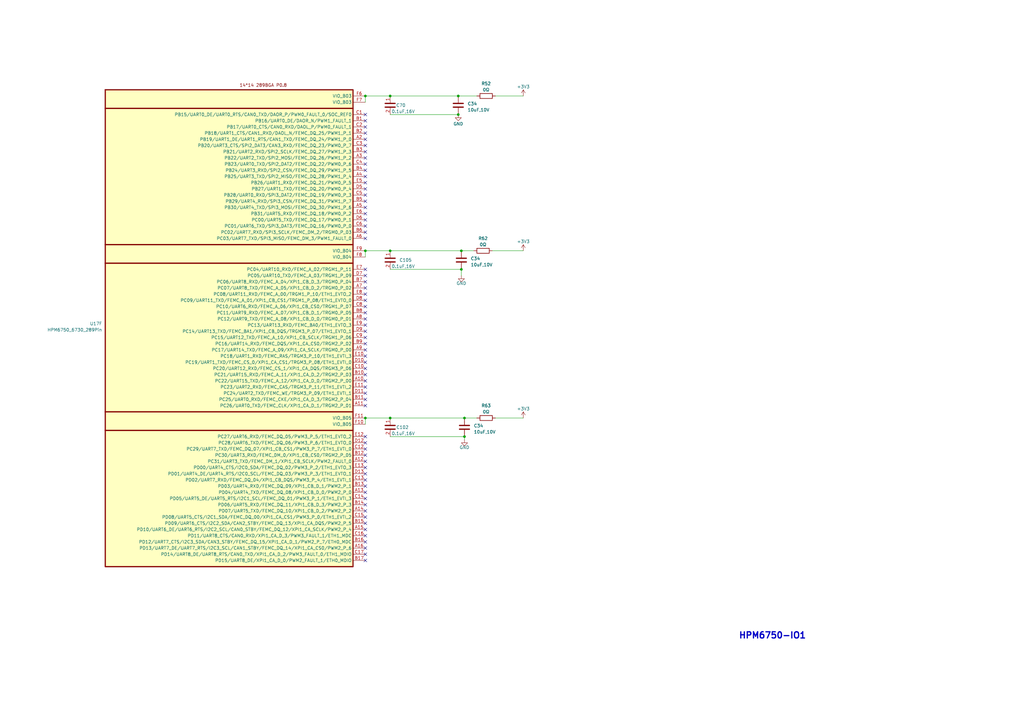
<source format=kicad_sch>
(kicad_sch (version 20230121) (generator eeschema)
  (paper "A3")
  (title_block (title "HPM6750 ADC EVK") (date "2023-5-25") (rev "A"))
  (junction (at 160.02 171.45))
  (junction (at 149.86 171.45))
  (junction (at 190.5 171.45))
  (junction (at 149.86 39.37))
  (junction (at 187.96 39.37))
  (junction (at 160.02 39.37))
  (junction (at 190.5 179.07))
  (junction (at 189.23 110.49))
  (junction (at 149.86 102.87))
  (junction (at 189.23 102.87))
  (junction (at 187.96 46.99))
  (junction (at 160.02 102.87))
  (no_connect (at 149.86 62.23))
  (no_connect (at 149.86 186.69))
  (no_connect (at 149.86 191.77))
  (no_connect (at 149.86 57.15))
  (no_connect (at 149.86 77.47))
  (no_connect (at 149.86 217.17))
  (no_connect (at 149.86 189.23))
  (no_connect (at 149.86 204.47))
  (no_connect (at 149.86 224.79))
  (no_connect (at 149.86 222.25))
  (no_connect (at 149.86 207.01))
  (no_connect (at 149.86 120.65))
  (no_connect (at 149.86 130.81))
  (no_connect (at 149.86 156.21))
  (no_connect (at 149.86 194.31))
  (no_connect (at 149.86 181.61))
  (no_connect (at 149.86 49.53))
  (no_connect (at 149.86 52.07))
  (no_connect (at 149.86 212.09))
  (no_connect (at 149.86 140.97))
  (no_connect (at 149.86 72.39))
  (no_connect (at 149.86 143.51))
  (no_connect (at 149.86 74.93))
  (no_connect (at 149.86 87.63))
  (no_connect (at 149.86 135.89))
  (no_connect (at 149.86 158.75))
  (no_connect (at 149.86 201.93))
  (no_connect (at 149.86 59.69))
  (no_connect (at 149.86 184.15))
  (no_connect (at 149.86 227.33))
  (no_connect (at 149.86 125.73))
  (no_connect (at 149.86 166.37))
  (no_connect (at 149.86 161.29))
  (no_connect (at 149.86 67.31))
  (no_connect (at 149.86 153.67))
  (no_connect (at 149.86 118.11))
  (no_connect (at 149.86 69.85))
  (no_connect (at 149.86 115.57))
  (no_connect (at 149.86 146.05))
  (no_connect (at 149.86 138.43))
  (no_connect (at 149.86 199.39))
  (no_connect (at 149.86 95.25))
  (no_connect (at 149.86 179.07))
  (no_connect (at 149.86 80.01))
  (no_connect (at 149.86 128.27))
  (no_connect (at 149.86 82.55))
  (no_connect (at 149.86 214.63))
  (no_connect (at 149.86 163.83))
  (no_connect (at 149.86 209.55))
  (no_connect (at 149.86 90.17))
  (no_connect (at 149.86 110.49))
  (no_connect (at 149.86 123.19))
  (no_connect (at 149.86 229.87))
  (no_connect (at 149.86 113.03))
  (no_connect (at 149.86 148.59))
  (no_connect (at 149.86 85.09))
  (no_connect (at 149.86 151.13))
  (no_connect (at 149.86 133.35))
  (no_connect (at 149.86 92.71))
  (no_connect (at 149.86 219.71))
  (no_connect (at 149.86 46.99))
  (no_connect (at 149.86 196.85))
  (no_connect (at 149.86 64.77))
  (no_connect (at 149.86 97.79))
  (no_connect (at 149.86 54.61))
  (wire (pts (xy 160.02 39.37) (xy 149.86 39.37)))
  (wire (pts (xy 160.02 39.37) (xy 187.96 39.37)))
  (wire (pts (xy 149.86 39.37) (xy 149.86 41.91)))
  (wire (pts (xy 160.02 102.87) (xy 189.23 102.87)))
  (wire (pts (xy 189.23 102.87) (xy 194.31 102.87)))
  (wire (pts (xy 203.2 39.37) (xy 214.63 39.37)))
  (wire (pts (xy 214.63 171.45) (xy 203.2 171.45)))
  (wire (pts (xy 189.23 110.49) (xy 189.23 113.03)))
  (wire (pts (xy 149.86 171.45) (xy 149.86 173.99)))
  (wire (pts (xy 149.86 171.45) (xy 160.02 171.45)))
  (wire (pts (xy 149.86 102.87) (xy 149.86 105.41)))
  (wire (pts (xy 160.02 110.49) (xy 189.23 110.49)))
  (wire (pts (xy 160.02 179.07) (xy 190.5 179.07)))
  (wire (pts (xy 190.5 179.07) (xy 190.5 180.34)))
  (wire (pts (xy 190.5 171.45) (xy 195.58 171.45)))
  (wire (pts (xy 160.02 46.99) (xy 187.96 46.99)))
  (wire (pts (xy 149.86 102.87) (xy 160.02 102.87)))
  (wire (pts (xy 187.96 39.37) (xy 195.58 39.37)))
  (wire (pts (xy 214.63 102.87) (xy 201.93 102.87)))
  (wire (pts (xy 160.02 171.45) (xy 190.5 171.45)))
  (text "HPM6750-IO1" (at 302.895 262.255 0) (effects (font (size 2.54 2.54) (thickness 0.508) bold) (justify left bottom)))
  (symbol (lib_id "02_HPM_Resis:0Ω") (at 199.39 171.45 0) (unit 1)
    (property "Reference" "R63" (at 199.39 166.37 0))
    (property "Value" "0Ω" (at 199.39 168.91 0))
    (property "Footprint" "02_HPM_Resis:R_0402_1005Metric" (effects hide))
  )
  (symbol (lib_id "03_HPM_CAP:10uF,10V") (at 187.96 43.18 0) (unit 1)
    (property "Reference" "C34" (at 191.77 42.545 0) (effects (justify left)))
    (property "Value" "10uF,10V" (at 191.77 45.085 0) (effects (justify left)))
    (property "Footprint" "03_HPM_CAP:C_0402_1005Metric" (effects hide))
    (instances (project "HPM5300_ADC_EVK_RevA" (path "" (reference "C34") (unit 1)) (path "" (reference "C101") (unit 1))))
  )
  (symbol (lib_id "power:GND") (at 189.23 113.03 0) (mirror y) (unit 1)
    (property "Reference" "#PWR0165" (effects hide))
    (property "Value" "GND" (at 189.23 116.205 0))
    (instances (project "HPM5300_ADC_EVK_RevA" (path "" (reference "#PWR0165") (unit 1))) (project "EVK_REVC" (path "" (reference "#PWR0175") (unit 1))))
  )
  (symbol (lib_name "0.1uF,16V_1") (lib_id "03_HPM_CAP:0.1uF,16V") (at 160.02 43.18 0) (mirror y) (unit 1)
    (property "Reference" "C70" (at 166.37 43.18 0) (effects (justify left)))
    (property "Value" "0.1uF,16V" (at 170.18 45.72 0) (effects (justify left)))
    (property "Footprint" "03_HPM_CAP:C_0402_1005Metric" (effects hide))
    (instances (project "HPM5300_ADC_EVK_RevA" (path "" (reference "C70") (unit 1))) (project "EVK_REVC" (path "" (reference "C53") (unit 1))))
  )
  (symbol (lib_id "03_HPM_CAP:10uF,10V") (at 189.23 106.68 0) (unit 1)
    (property "Reference" "C34" (at 193.04 106.045 0) (effects (justify left)))
    (property "Value" "10uF,10V" (at 193.04 108.585 0) (effects (justify left)))
    (property "Footprint" "03_HPM_CAP:C_0402_1005Metric" (effects hide))
    (instances (project "HPM5300_ADC_EVK_RevA" (path "" (reference "C34") (unit 1)) (path "" (reference "C103") (unit 1))))
  )
  (symbol (lib_name "0.1uF,16V_3") (lib_id "03_HPM_CAP:0.1uF,16V") (at 160.02 106.68 0) (mirror y) (unit 1)
    (property "Reference" "C105" (at 168.91 106.68 0) (effects (justify left)))
    (property "Value" "0.1uF,16V" (at 170.18 109.22 0) (effects (justify left)))
    (property "Footprint" "03_HPM_CAP:C_0402_1005Metric" (effects hide))
    (instances (project "HPM5300_ADC_EVK_RevA" (path "" (reference "C105") (unit 1))) (project "EVK_REVC" (path "" (reference "C65") (unit 1))))
  )
  (symbol (lib_id "power:+3V3") (at 214.63 171.45 0) (unit 1)
    (property "Reference" "#PWR049" (effects hide))
    (property "Value" "+3V3" (at 214.63 167.64 0))
    (instances (project "HPM5300_ADC_EVK_RevA" (path "" (reference "#PWR049") (unit 1)) (path "" (reference "#PWR0166") (unit 1))))
  )
  (symbol (lib_id "power:GND") (at 187.96 46.99 0) (mirror y) (unit 1)
    (property "Reference" "#PWR0136" (effects hide))
    (property "Value" "GND" (at 187.96 50.8 0))
    (instances (project "HPM5300_ADC_EVK_RevA" (path "" (reference "#PWR0136") (unit 1))) (project "EVK_REVC" (path "" (reference "#PWR0176") (unit 1))))
  )
  (symbol (lib_name "0.1uF,16V_5") (lib_id "03_HPM_CAP:0.1uF,16V") (at 160.02 175.26 0) (mirror y) (unit 1)
    (property "Reference" "C102" (at 167.64 175.26 0) (effects (justify left)))
    (property "Value" "0.1uF,16V" (at 170.18 177.8 0) (effects (justify left)))
    (property "Footprint" "03_HPM_CAP:C_0402_1005Metric" (effects hide))
    (instances (project "HPM5300_ADC_EVK_RevA" (path "" (reference "C102") (unit 1))) (project "EVK_REVC" (path "" (reference "C68") (unit 1))))
  )
  (symbol (lib_id "power:GND") (at 190.5 180.34 0) (mirror y) (unit 1)
    (property "Reference" "#PWR0160" (effects hide))
    (property "Value" "GND" (at 190.5 183.515 0))
    (instances (project "HPM5300_ADC_EVK_RevA" (path "" (reference "#PWR0160") (unit 1))) (project "EVK_REVC" (path "" (reference "#PWR0178") (unit 1))))
  )
  (symbol (lib_id "03_HPM_CAP:10uF,10V") (at 190.5 175.26 0) (unit 1)
    (property "Reference" "C34" (at 194.31 174.625 0) (effects (justify left)))
    (property "Value" "10uF,10V" (at 194.31 177.165 0) (effects (justify left)))
    (property "Footprint" "03_HPM_CAP:C_0402_1005Metric" (effects hide))
    (instances (project "HPM5300_ADC_EVK_RevA" (path "" (reference "C34") (unit 1)) (path "" (reference "C104") (unit 1))))
  )
  (symbol (lib_id "02_HPM_Resis:0Ω") (at 199.39 39.37 0) (unit 1)
    (property "Reference" "R52" (at 199.39 34.29 0))
    (property "Value" "0Ω" (at 199.39 36.83 0))
    (property "Footprint" "02_HPM_Resis:R_0402_1005Metric" (effects hide))
  )
  (symbol (lib_id "02_HPM_Resis:0Ω") (at 198.12 102.87 0) (unit 1)
    (property "Reference" "R62" (at 198.12 97.79 0))
    (property "Value" "0Ω" (at 198.12 100.33 0))
    (property "Footprint" "02_HPM_Resis:R_0402_1005Metric" (effects hide))
  )
  (symbol (lib_id "0_HPM6000_Library:HPM6750_6730_289Pin") (at 144.78 36.83 0) (mirror y) (unit 6)
    (property "Reference" "U17" (at 41.91 132.7427 0) (effects (justify left)))
    (property "Value" "HPM6750_6730_289Pin" (at 41.91 135.2827 0) (effects (justify left)))
    (property "Footprint" "0_HPM6000_Library:BGA-289_17x17_14.0x14.0mm" (effects hide))
  )
  (symbol (lib_id "power:+3V3") (at 214.63 102.87 0) (unit 1)
    (property "Reference" "#PWR049" (effects hide))
    (property "Value" "+3V3" (at 214.63 99.06 0))
    (instances (project "HPM5300_ADC_EVK_RevA" (path "" (reference "#PWR049") (unit 1)) (path "" (reference "#PWR0164") (unit 1))))
  )
  (symbol (lib_id "power:+3V3") (at 214.63 39.37 0) (unit 1)
    (property "Reference" "#PWR049" (effects hide))
    (property "Value" "+3V3" (at 214.63 35.56 0))
    (instances (project "HPM5300_ADC_EVK_RevA" (path "" (reference "#PWR049") (unit 1)) (path "" (reference "#PWR0137") (unit 1))))
  )
)
</source>
